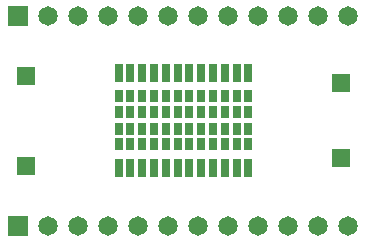
<source format=gbs>
G04 (created by PCBNEW-RS274X (2012-jan-04)-stable) date Sun 02 Sep 2012 01:17:06 AM CEST*
G01*
G70*
G90*
%MOIN*%
G04 Gerber Fmt 3.4, Leading zero omitted, Abs format*
%FSLAX34Y34*%
G04 APERTURE LIST*
%ADD10C,0.006000*%
%ADD11R,0.060000X0.060000*%
%ADD12R,0.065000X0.065000*%
%ADD13C,0.065000*%
%ADD14R,0.025600X0.063000*%
%ADD15R,0.025600X0.039400*%
G04 APERTURE END LIST*
G54D10*
G54D11*
X52250Y-36000D03*
X62750Y-36250D03*
X52250Y-39000D03*
X62750Y-38750D03*
G54D12*
X52000Y-34000D03*
G54D13*
X53000Y-34000D03*
X54000Y-34000D03*
X55000Y-34000D03*
X56000Y-34000D03*
X57000Y-34000D03*
X58000Y-34000D03*
X59000Y-34000D03*
X60000Y-34000D03*
X61000Y-34000D03*
X62000Y-34000D03*
X63000Y-34000D03*
G54D12*
X52000Y-41000D03*
G54D13*
X53000Y-41000D03*
X54000Y-41000D03*
X55000Y-41000D03*
X56000Y-41000D03*
X57000Y-41000D03*
X58000Y-41000D03*
X59000Y-41000D03*
X60000Y-41000D03*
X61000Y-41000D03*
X62000Y-41000D03*
X63000Y-41000D03*
G54D14*
X55335Y-39075D03*
X55728Y-39075D03*
X56122Y-39075D03*
X56516Y-39075D03*
X56909Y-39075D03*
X57303Y-39075D03*
X57697Y-39075D03*
X58091Y-39075D03*
X58484Y-39075D03*
X58878Y-39075D03*
X59272Y-39075D03*
X59665Y-39075D03*
X59665Y-35925D03*
X59272Y-35925D03*
X58878Y-35925D03*
X58484Y-35925D03*
X58091Y-35925D03*
X57697Y-35925D03*
X57303Y-35925D03*
X56909Y-35925D03*
X56516Y-35925D03*
X56122Y-35925D03*
X55728Y-35925D03*
X55335Y-35925D03*
G54D15*
X59666Y-36693D03*
X59666Y-37205D03*
X56516Y-38288D03*
X56516Y-37776D03*
X56910Y-38288D03*
X56910Y-37776D03*
X57304Y-38288D03*
X57304Y-37776D03*
X57697Y-38288D03*
X57697Y-37776D03*
X58091Y-38288D03*
X58091Y-37776D03*
X58485Y-38288D03*
X58485Y-37776D03*
X58878Y-38288D03*
X58878Y-37776D03*
X59272Y-38288D03*
X59272Y-37776D03*
X59666Y-38288D03*
X59666Y-37776D03*
X59272Y-36693D03*
X59272Y-37205D03*
X58878Y-36693D03*
X58878Y-37205D03*
X58485Y-36693D03*
X58485Y-37205D03*
X58091Y-36693D03*
X58091Y-37205D03*
X57697Y-36693D03*
X57697Y-37205D03*
X57304Y-36693D03*
X57304Y-37205D03*
X56910Y-36693D03*
X56910Y-37205D03*
X56516Y-36693D03*
X56516Y-37205D03*
X56122Y-36693D03*
X56122Y-37205D03*
X55729Y-36693D03*
X55729Y-37205D03*
X55335Y-36693D03*
X55335Y-37205D03*
X56122Y-38288D03*
X56122Y-37776D03*
X55729Y-38288D03*
X55729Y-37776D03*
X55335Y-38288D03*
X55335Y-37776D03*
M02*

</source>
